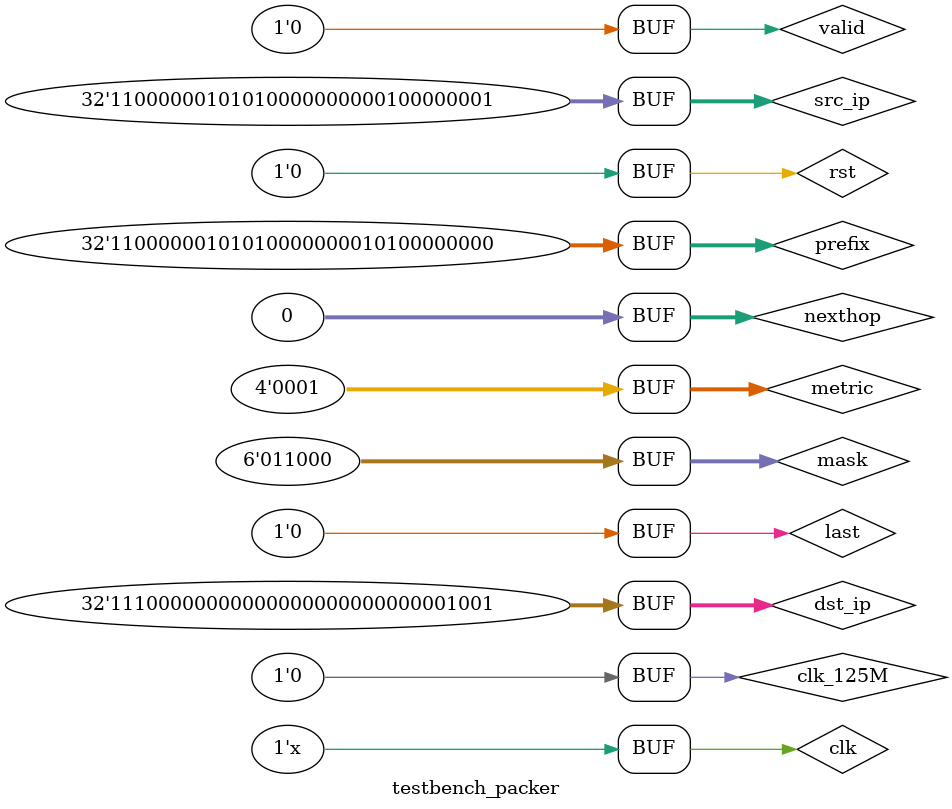
<source format=sv>
`timescale 1ns / 1ps
module testbench_packer ();

logic    clk_125M;
logic    clk;
logic    rst;

logic    valid;
logic    last;
logic    [31:0] prefix;
logic    [5:0]  mask;
logic    [31:0] src_ip;
logic    [31:0] dst_ip;
logic    [31:0] nexthop;
logic    [3:0]  metric;

logic    outer_fifo_read_valid;

logic    outer_fifo_empty;
logic    [7:0]  outer_fifo_out;
logic    [7:0]  outer_fifo_in;
logic    finished; // 打包完成
rip_packer dut (
    .clk_125M(clk_125M),
    .clk(clk),
    .rst(rst),
    .valid(valid),
    .last(last),
    .prefix(prefix),
    .mask(mask),
    .src_ip(src_ip),
    .dst_ip(dst_ip),
    .nexthop(nexthop),
    .metric(metric),
    .outer_fifo_read_valid(outer_fifo_read_valid),
    .outer_fifo_empty(outer_fifo_empty),
    .outer_fifo_out(outer_fifo_out),
    .outer_fifo_in_debug(outer_fifo_in),
    .finished(finished)
);

initial begin
    clk = 0;
end

always clk = #4 ~clk;

initial begin
    src_ip = 32'hc0a80101;
    dst_ip = 32'he0000009;
    clk_125M = 0;
    rst = 1;
    rst = #100 0;

    prefix = 32'hc0a80500;
    mask = 6'b011000;
    nexthop = 0;
    metric = 4'b0001;
    # 20
    valid = 1;
    last = 1;
    # 20
    valid = 0;
    last = 0;


end

endmodule
</source>
